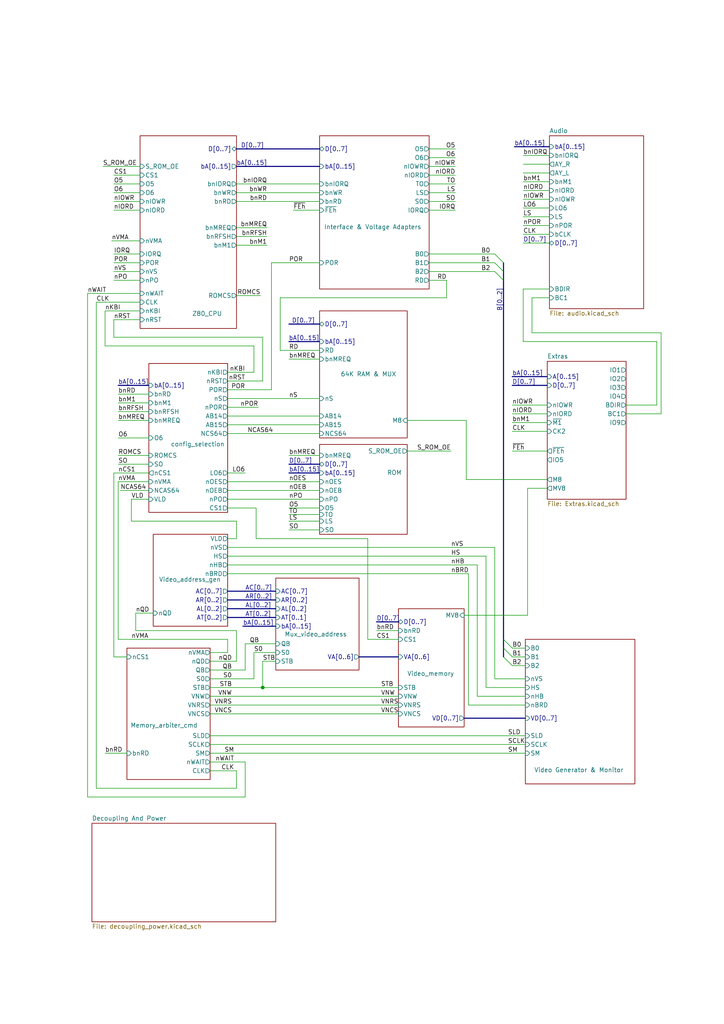
<source format=kicad_sch>
(kicad_sch (version 20230121) (generator eeschema)
  (paper "A4" portrait)
  (lib_symbols)
  (junction (at 76.2 199.39))
  (bus_entry (at 143.51 78.74) (size 2.54 2.54))
  (bus_entry (at 143.51 76.2) (size 2.54 2.54))
  (bus_entry (at 146.05 190.5) (size 2.54 2.54))
  (bus_entry (at 143.51 73.66) (size 2.54 2.54))
  (bus_entry (at 146.05 187.96) (size 2.54 2.54))
  (bus_entry (at 146.05 185.42) (size 2.54 2.54))
  (bus (pts (xy 66.04 176.53) (xy 80.01 176.53)))
  (wire (pts (xy 148.59 120.015) (xy 158.75 120.015)))
  (wire (pts (xy 33.02 60.96) (xy 40.64 60.96)))
  (wire (pts (xy 60.96 223.52) (xy 68.58 223.52)))
  (bus (pts (xy 146.05 187.96) (xy 146.05 190.5)))
  (wire (pts (xy 134.62 178.435) (xy 153.035 178.435)))
  (wire (pts (xy 151.765 83.82) (xy 159.385 83.82)))
  (wire (pts (xy 60.96 199.39) (xy 76.2 199.39)))
  (wire (pts (xy 60.96 189.23) (xy 66.04 189.23)))
  (wire (pts (xy 74.295 147.32) (xy 74.295 156.21)))
  (wire (pts (xy 40.64 87.63) (xy 27.94 87.63)))
  (wire (pts (xy 66.04 161.29) (xy 140.97 161.29)))
  (wire (pts (xy 66.04 142.24) (xy 92.71 142.24)))
  (wire (pts (xy 60.96 196.85) (xy 73.66 196.85)))
  (wire (pts (xy 29.845 48.26) (xy 40.64 48.26)))
  (wire (pts (xy 33.02 76.2) (xy 40.64 76.2)))
  (wire (pts (xy 106.68 185.42) (xy 115.57 185.42)))
  (wire (pts (xy 68.58 156.21) (xy 68.58 151.13)))
  (wire (pts (xy 124.46 55.88) (xy 132.08 55.88)))
  (wire (pts (xy 34.29 132.08) (xy 43.18 132.08)))
  (wire (pts (xy 191.77 120.015) (xy 191.77 96.52)))
  (wire (pts (xy 66.04 123.19) (xy 92.71 123.19)))
  (wire (pts (xy 148.59 125.095) (xy 158.75 125.095)))
  (wire (pts (xy 124.46 45.72) (xy 132.08 45.72)))
  (wire (pts (xy 135.89 204.47) (xy 135.89 166.37)))
  (wire (pts (xy 60.96 220.98) (xy 71.12 220.98)))
  (wire (pts (xy 124.46 73.66) (xy 143.51 73.66)))
  (wire (pts (xy 190.5 117.475) (xy 190.5 99.06)))
  (wire (pts (xy 60.96 218.44) (xy 152.4 218.44)))
  (wire (pts (xy 124.46 58.42) (xy 132.08 58.42)))
  (wire (pts (xy 43.18 114.3) (xy 34.29 114.3)))
  (wire (pts (xy 68.58 151.13) (xy 38.1 151.13)))
  (wire (pts (xy 83.82 153.67) (xy 92.71 153.67)))
  (wire (pts (xy 151.765 52.705) (xy 159.385 52.705)))
  (wire (pts (xy 34.29 119.38) (xy 43.18 119.38)))
  (wire (pts (xy 81.28 101.6) (xy 81.28 86.36)))
  (wire (pts (xy 148.59 117.475) (xy 158.75 117.475)))
  (bus (pts (xy 66.04 171.45) (xy 80.01 171.45)))
  (bus (pts (xy 68.58 43.18) (xy 92.71 43.18)))
  (wire (pts (xy 153.035 141.605) (xy 158.75 141.605)))
  (wire (pts (xy 68.58 71.12) (xy 77.47 71.12)))
  (wire (pts (xy 143.51 196.85) (xy 152.4 196.85)))
  (wire (pts (xy 124.46 43.18) (xy 132.08 43.18)))
  (wire (pts (xy 68.58 53.34) (xy 92.71 53.34)))
  (wire (pts (xy 66.04 118.11) (xy 74.93 118.11)))
  (bus (pts (xy 66.04 173.99) (xy 80.01 173.99)))
  (wire (pts (xy 66.04 158.75) (xy 143.51 158.75)))
  (wire (pts (xy 153.035 178.435) (xy 153.035 141.605)))
  (wire (pts (xy 25.4 85.09) (xy 25.4 231.14)))
  (wire (pts (xy 66.04 163.83) (xy 138.43 163.83)))
  (wire (pts (xy 92.71 104.14) (xy 83.82 104.14)))
  (wire (pts (xy 151.765 70.485) (xy 159.385 70.485)))
  (wire (pts (xy 68.58 55.88) (xy 92.71 55.88)))
  (wire (pts (xy 33.02 137.16) (xy 33.02 190.5)))
  (wire (pts (xy 40.64 90.17) (xy 30.48 90.17)))
  (bus (pts (xy 83.82 134.62) (xy 92.71 134.62)))
  (wire (pts (xy 76.2 191.77) (xy 76.2 199.39)))
  (wire (pts (xy 60.96 194.31) (xy 71.12 194.31)))
  (bus (pts (xy 146.05 185.42) (xy 146.05 187.96)))
  (wire (pts (xy 129.54 86.36) (xy 129.54 81.28)))
  (wire (pts (xy 34.29 121.92) (xy 43.18 121.92)))
  (bus (pts (xy 70.485 181.61) (xy 80.01 181.61)))
  (wire (pts (xy 66.04 125.73) (xy 92.71 125.73)))
  (wire (pts (xy 68.58 58.42) (xy 92.71 58.42)))
  (wire (pts (xy 143.51 158.75) (xy 143.51 196.85)))
  (wire (pts (xy 151.765 99.06) (xy 151.765 83.82)))
  (wire (pts (xy 83.82 151.13) (xy 92.71 151.13)))
  (wire (pts (xy 124.46 81.28) (xy 129.54 81.28)))
  (wire (pts (xy 66.04 144.78) (xy 92.71 144.78)))
  (wire (pts (xy 190.5 99.06) (xy 151.765 99.06)))
  (wire (pts (xy 85.09 60.96) (xy 92.71 60.96)))
  (wire (pts (xy 38.1 144.78) (xy 43.18 144.78)))
  (wire (pts (xy 191.77 96.52) (xy 154.305 96.52)))
  (wire (pts (xy 151.765 50.165) (xy 159.385 50.165)))
  (wire (pts (xy 60.96 215.9) (xy 152.4 215.9)))
  (wire (pts (xy 33.02 50.8) (xy 40.64 50.8)))
  (wire (pts (xy 68.58 223.52) (xy 68.58 228.6)))
  (wire (pts (xy 76.2 110.49) (xy 76.2 97.79)))
  (wire (pts (xy 66.04 189.23) (xy 66.04 185.42)))
  (wire (pts (xy 43.18 127) (xy 34.29 127)))
  (bus (pts (xy 146.05 78.74) (xy 146.05 81.28)))
  (wire (pts (xy 38.1 151.13) (xy 38.1 144.78)))
  (wire (pts (xy 148.59 130.81) (xy 158.75 130.81)))
  (bus (pts (xy 92.71 137.16) (xy 83.82 137.16)))
  (wire (pts (xy 140.97 199.39) (xy 140.97 161.29)))
  (wire (pts (xy 154.305 96.52) (xy 154.305 86.36)))
  (wire (pts (xy 34.29 139.7) (xy 43.18 139.7)))
  (bus (pts (xy 104.14 190.5) (xy 115.57 190.5)))
  (wire (pts (xy 30.48 100.33) (xy 73.66 100.33)))
  (wire (pts (xy 34.29 185.42) (xy 66.04 185.42)))
  (wire (pts (xy 151.765 55.245) (xy 159.385 55.245)))
  (wire (pts (xy 151.765 60.325) (xy 159.385 60.325)))
  (wire (pts (xy 27.94 87.63) (xy 27.94 228.6)))
  (bus (pts (xy 134.62 208.28) (xy 152.4 208.28)))
  (wire (pts (xy 152.4 193.04) (xy 148.59 193.04)))
  (wire (pts (xy 80.01 191.77) (xy 76.2 191.77)))
  (wire (pts (xy 33.02 73.66) (xy 40.64 73.66)))
  (wire (pts (xy 68.58 85.725) (xy 75.565 85.725)))
  (wire (pts (xy 33.02 92.71) (xy 40.64 92.71)))
  (wire (pts (xy 40.64 85.09) (xy 25.4 85.09)))
  (bus (pts (xy 146.05 76.2) (xy 146.05 78.74)))
  (wire (pts (xy 33.02 97.79) (xy 76.2 97.79)))
  (wire (pts (xy 151.765 62.865) (xy 159.385 62.865)))
  (wire (pts (xy 66.04 166.37) (xy 135.89 166.37)))
  (wire (pts (xy 66.04 120.65) (xy 92.71 120.65)))
  (wire (pts (xy 71.12 186.69) (xy 71.12 194.31)))
  (wire (pts (xy 151.765 47.625) (xy 159.385 47.625)))
  (wire (pts (xy 30.48 90.17) (xy 30.48 100.33)))
  (wire (pts (xy 151.765 45.085) (xy 159.385 45.085)))
  (wire (pts (xy 60.96 207.01) (xy 115.57 207.01)))
  (wire (pts (xy 39.37 182.88) (xy 39.37 177.8)))
  (wire (pts (xy 124.46 76.2) (xy 143.51 76.2)))
  (bus (pts (xy 109.22 180.34) (xy 115.57 180.34)))
  (wire (pts (xy 66.04 113.03) (xy 78.74 113.03)))
  (wire (pts (xy 60.96 204.47) (xy 115.57 204.47)))
  (wire (pts (xy 106.68 156.21) (xy 106.68 185.42)))
  (wire (pts (xy 118.11 121.92) (xy 135.255 121.92)))
  (wire (pts (xy 66.04 115.57) (xy 92.71 115.57)))
  (wire (pts (xy 34.29 116.84) (xy 43.18 116.84)))
  (bus (pts (xy 68.58 48.26) (xy 92.71 48.26)))
  (wire (pts (xy 138.43 163.83) (xy 138.43 201.93)))
  (wire (pts (xy 74.295 156.21) (xy 106.68 156.21)))
  (wire (pts (xy 40.64 55.88) (xy 33.02 55.88)))
  (wire (pts (xy 68.58 191.77) (xy 68.58 182.88)))
  (wire (pts (xy 60.96 201.93) (xy 115.57 201.93)))
  (wire (pts (xy 83.82 132.08) (xy 92.71 132.08)))
  (wire (pts (xy 33.02 97.79) (xy 33.02 92.71)))
  (wire (pts (xy 60.96 191.77) (xy 68.58 191.77)))
  (wire (pts (xy 66.04 107.95) (xy 73.66 107.95)))
  (wire (pts (xy 39.37 177.8) (xy 44.45 177.8)))
  (wire (pts (xy 71.12 231.14) (xy 71.12 220.98)))
  (wire (pts (xy 151.765 57.785) (xy 159.385 57.785)))
  (wire (pts (xy 33.02 53.34) (xy 40.64 53.34)))
  (wire (pts (xy 66.04 156.21) (xy 68.58 156.21)))
  (bus (pts (xy 148.59 109.22) (xy 158.75 109.22)))
  (wire (pts (xy 118.11 130.81) (xy 130.81 130.81)))
  (wire (pts (xy 66.04 147.32) (xy 74.295 147.32)))
  (wire (pts (xy 73.66 189.23) (xy 73.66 196.85)))
  (wire (pts (xy 32.385 69.85) (xy 40.64 69.85)))
  (wire (pts (xy 81.28 101.6) (xy 92.71 101.6)))
  (wire (pts (xy 66.04 137.16) (xy 71.12 137.16)))
  (wire (pts (xy 124.46 53.34) (xy 132.08 53.34)))
  (wire (pts (xy 40.64 78.74) (xy 33.02 78.74)))
  (wire (pts (xy 40.64 81.28) (xy 33.02 81.28)))
  (wire (pts (xy 135.255 121.92) (xy 135.255 139.065)))
  (wire (pts (xy 124.46 60.96) (xy 132.08 60.96)))
  (wire (pts (xy 60.96 213.36) (xy 152.4 213.36)))
  (bus (pts (xy 83.82 99.06) (xy 92.71 99.06)))
  (wire (pts (xy 68.58 182.88) (xy 39.37 182.88)))
  (wire (pts (xy 43.18 137.16) (xy 33.02 137.16)))
  (wire (pts (xy 81.28 86.36) (xy 129.54 86.36)))
  (wire (pts (xy 152.4 204.47) (xy 135.89 204.47)))
  (wire (pts (xy 151.765 65.405) (xy 159.385 65.405)))
  (wire (pts (xy 138.43 201.93) (xy 152.4 201.93)))
  (bus (pts (xy 43.18 111.76) (xy 34.29 111.76)))
  (wire (pts (xy 68.58 66.04) (xy 77.47 66.04)))
  (wire (pts (xy 78.74 76.2) (xy 92.71 76.2)))
  (wire (pts (xy 78.74 113.03) (xy 78.74 76.2)))
  (wire (pts (xy 152.4 199.39) (xy 140.97 199.39)))
  (bus (pts (xy 146.05 81.28) (xy 146.05 185.42)))
  (bus (pts (xy 148.59 111.76) (xy 158.75 111.76)))
  (wire (pts (xy 73.66 100.33) (xy 73.66 107.95)))
  (wire (pts (xy 124.46 48.26) (xy 132.08 48.26)))
  (bus (pts (xy 92.71 93.98) (xy 83.82 93.98)))
  (wire (pts (xy 132.08 50.8) (xy 124.46 50.8)))
  (wire (pts (xy 181.61 117.475) (xy 190.5 117.475)))
  (wire (pts (xy 83.82 149.225) (xy 92.71 149.225)))
  (wire (pts (xy 68.58 68.58) (xy 77.47 68.58)))
  (wire (pts (xy 151.765 67.945) (xy 159.385 67.945)))
  (wire (pts (xy 181.61 120.015) (xy 191.77 120.015)))
  (wire (pts (xy 152.4 190.5) (xy 148.59 190.5)))
  (wire (pts (xy 34.925 142.24) (xy 43.18 142.24)))
  (wire (pts (xy 30.48 218.44) (xy 36.83 218.44)))
  (wire (pts (xy 25.4 231.14) (xy 71.12 231.14)))
  (wire (pts (xy 66.04 139.7) (xy 92.71 139.7)))
  (wire (pts (xy 148.59 122.555) (xy 158.75 122.555)))
  (wire (pts (xy 33.02 58.42) (xy 40.64 58.42)))
  (wire (pts (xy 71.12 186.69) (xy 80.01 186.69)))
  (bus (pts (xy 66.04 179.07) (xy 80.01 179.07)))
  (wire (pts (xy 66.04 110.49) (xy 76.2 110.49)))
  (bus (pts (xy 149.225 42.545) (xy 159.385 42.545)))
  (wire (pts (xy 34.29 134.62) (xy 43.18 134.62)))
  (wire (pts (xy 34.29 185.42) (xy 34.29 139.7)))
  (wire (pts (xy 135.255 139.065) (xy 158.75 139.065)))
  (wire (pts (xy 76.2 199.39) (xy 115.57 199.39)))
  (wire (pts (xy 152.4 187.96) (xy 148.59 187.96)))
  (wire (pts (xy 33.02 190.5) (xy 36.83 190.5)))
  (wire (pts (xy 68.58 228.6) (xy 27.94 228.6)))
  (wire (pts (xy 154.305 86.36) (xy 159.385 86.36)))
  (wire (pts (xy 80.01 189.23) (xy 73.66 189.23)))
  (wire (pts (xy 115.57 182.88) (xy 109.22 182.88)))
  (wire (pts (xy 83.82 147.32) (xy 92.71 147.32)))
  (wire (pts (xy 124.46 78.74) (xy 143.51 78.74)))
  (label "nVMA" (at 32.385 69.85 0))
  (label "IORQ" (at 33.02 73.66 0))
  (label "nIORD" (at 151.765 55.245 0))
  (label "STB" (at 67.31 199.39 180))
  (label "bnM1" (at 148.59 122.555 0))
  (label "bnMREQ" (at 34.29 121.92 0))
  (label "ROMCS" (at 34.29 132.08 0))
  (label "nVS" (at 33.02 78.74 0))
  (label "bnMREQ" (at 77.47 66.04 180))
  (label "CS1" (at 33.02 50.8 0))
  (label "bA[0..15]" (at 149.225 42.545 0))
  (label "STB" (at 76.2 191.77 0))
  (label "nIORD" (at 132.08 50.8 180))
  (label "VNCS" (at 110.49 207.01 0))
  (label "AC[0..7]" (at 71.12 171.45 0))
  (label "O6" (at 132.08 45.72 180))
  (label "bnRD" (at 34.29 114.3 0))
  (label "bA[0..15]" (at 83.82 137.16 0))
  (label "SM" (at 147.32 218.44 0))
  (label "nKBI" (at 71.12 107.95 180))
  (label "nIOWR" (at 151.765 57.785 0))
  (label "O5" (at 132.08 43.18 180))
  (label "B1" (at 148.59 190.5 0))
  (label "HS" (at 130.81 161.29 0))
  (label "STB" (at 110.49 199.39 0))
  (label "nS" (at 83.82 115.57 0))
  (label "bA[0..15]" (at 148.59 109.22 0))
  (label "bnM1" (at 77.47 71.12 180))
  (label "S_ROM_OE" (at 29.845 48.26 0))
  (label "bnRD" (at 30.48 218.44 0))
  (label "POR" (at 71.12 113.03 180))
  (label "nIOWR" (at 33.02 58.42 0))
  (label "nPO" (at 33.02 81.28 0))
  (label "nQD" (at 39.37 177.8 0))
  (label "B0" (at 148.59 187.96 0))
  (label "SO" (at 83.82 153.67 0))
  (label "nPOR" (at 151.765 65.405 0))
  (label "O5" (at 33.02 53.34 0))
  (label "VNCS" (at 67.31 207.01 180))
  (label "bA[0..15]" (at 70.485 181.61 0))
  (label "bnIORQ" (at 151.765 45.085 0))
  (label "SLD" (at 147.32 213.36 0))
  (label "CLK" (at 148.59 125.095 0))
  (label "nOES" (at 83.82 139.7 0))
  (label "QB" (at 67.31 194.31 180))
  (label "O5" (at 83.82 147.32 0))
  (label "IORQ" (at 132.08 60.96 180))
  (label "~{FEh}" (at 148.59 130.81 0))
  (label "nIOWR" (at 132.08 48.26 180))
  (label "bnM1" (at 151.765 52.705 0))
  (label "bnRFSH" (at 34.29 119.38 0))
  (label "S_ROM_OE" (at 130.81 130.81 180))
  (label "SCLK" (at 147.32 215.9 0))
  (label "bA[0..15]" (at 34.29 111.76 0))
  (label "nRST" (at 71.12 110.49 180))
  (label "VLD" (at 38.1 144.78 0))
  (label "nIOWR" (at 148.59 117.475 0))
  (label "O6" (at 33.02 55.88 0))
  (label "VNRS" (at 110.49 204.47 0))
  (label "RD" (at 83.82 101.6 0))
  (label "VNW" (at 67.31 201.93 180))
  (label "nRST" (at 33.02 92.71 0))
  (label "CLK" (at 151.765 67.945 0))
  (label "nCS1" (at 34.29 137.16 0))
  (label "D[0..7]" (at 83.82 134.62 0))
  (label "nBRD" (at 130.81 166.37 0))
  (label "D[0..7]" (at 151.765 70.485 0))
  (label "bnMREQ" (at 83.82 104.14 0))
  (label "nIORD" (at 33.02 60.96 0))
  (label "AR[0..2]" (at 71.12 173.99 0))
  (label "SM" (at 67.945 218.44 180))
  (label "bnMREQ" (at 83.82 132.08 0))
  (label "S0" (at 73.66 189.23 0))
  (label "POR" (at 83.82 76.2 0))
  (label "B1" (at 142.24 76.2 180))
  (label "S0" (at 67.31 196.85 180))
  (label "LS" (at 83.82 151.13 0))
  (label "NCAS64" (at 71.755 125.73 0))
  (label "SO" (at 132.08 58.42 180))
  (label "bnRD" (at 77.47 58.42 180))
  (label "D[0..7]" (at 109.22 180.34 0))
  (label "O6" (at 34.29 127 0))
  (label "nPOR" (at 74.93 118.11 180))
  (label "QB" (at 72.39 186.69 0))
  (label "LO6" (at 151.765 60.325 0))
  (label "B[0..2]" (at 146.05 90.17 90))
  (label "bA[0..15]" (at 68.58 48.26 0))
  (label "ROMCS" (at 75.565 85.725 180))
  (label "LO6" (at 71.12 137.16 180))
  (label "nHB" (at 130.81 163.83 0))
  (label "RD" (at 129.54 81.28 180))
  (label "LS" (at 132.08 55.88 180))
  (label "AT[0..2]" (at 71.12 179.07 0))
  (label "bnWR" (at 77.47 55.88 180))
  (label "nKBI" (at 30.48 90.17 0))
  (label "nVS" (at 130.81 158.75 0))
  (label "CS1" (at 109.22 185.42 0))
  (label "B2" (at 148.59 193.04 0))
  (label "nVMA" (at 34.29 139.7 0))
  (label "bA[0..15]" (at 92.71 99.06 180))
  (label "TO" (at 83.82 149.225 0))
  (label "AL[0..2]" (at 71.12 176.53 0))
  (label "nVMA" (at 38.1 185.42 0))
  (label "NCAS64" (at 34.925 142.24 0))
  (label "LS" (at 151.765 62.865 0))
  (label "bnM1" (at 34.29 116.84 0))
  (label "POR" (at 33.02 76.2 0))
  (label "nWAIT" (at 25.4 85.09 0))
  (label "TO" (at 132.08 53.34 180))
  (label "bnRD" (at 109.22 182.88 0))
  (label "CLK" (at 27.94 87.63 0))
  (label "VNW" (at 110.49 201.93 0))
  (label "nOEB" (at 83.82 142.24 0))
  (label "bnIORQ" (at 77.47 53.34 180))
  (label "bnRFSH" (at 77.47 68.58 180))
  (label "SO" (at 34.29 134.62 0))
  (label "VNRS" (at 67.31 204.47 180))
  (label "D[0..7]" (at 91.44 93.98 180))
  (label "D[0..7]" (at 69.85 43.18 0))
  (label "nQD" (at 67.31 191.77 180))
  (label "B0" (at 142.24 73.66 180))
  (label "CLK" (at 67.945 223.52 180))
  (label "D[0..7]" (at 148.59 111.76 0))
  (label "nPO" (at 83.82 144.78 0))
  (label "B2" (at 142.24 78.74 180))
  (label "nWAIT" (at 67.945 220.98 180))
  (label "nIORD" (at 148.59 120.015 0))
  (label "~{FEh}" (at 85.09 60.96 0))
  (sheet (at 40.64 39.37) (size 27.94 55.88)
    (property "Sheetname" "Z80_CPU" (at 55.753 91.694 0) (effects (justify left bottom)))
    (property "Sheetfile" "Z80_CPU.kicad_sch" (effects hide))
    (pin "CLK" input (at 40.64 87.63 180))
    (pin "D[0..7]" bidirectional (at 68.58 43.18 0))
    (pin "bA[0..15]" output (at 68.58 48.26 0))
    (pin "nRST" input (at 40.64 92.71 180))
    (pin "bnIORQ" output (at 68.58 53.34 0))
    (pin "bnMREQ" output (at 68.58 66.04 0))
    (pin "bnWR" output (at 68.58 55.88 0))
    (pin "bnRD" output (at 68.58 58.42 0))
    (pin "nWAIT" input (at 40.64 85.09 180))
    (pin "bnRFSH" output (at 68.58 68.58 0))
    (pin "bnM1" output (at 68.58 71.12 0))
    (pin "O6" input (at 40.64 55.88 180))
    (pin "POR" input (at 40.64 76.2 180))
    (pin "nKBI" input (at 40.64 90.17 180))
    (pin "nIOWR" input (at 40.64 58.42 180))
    (pin "nVS" input (at 40.64 78.74 180))
    (pin "nIORD" input (at 40.64 60.96 180))
    (pin "nPO" input (at 40.64 81.28 180))
    (pin "O5" input (at 40.64 53.34 180))
    (pin "ROMCS" output (at 68.58 85.725 0))
    (pin "nVMA" input (at 40.64 69.85 180))
    (pin "IORQ" input (at 40.64 73.66 180))
    (pin "CS1" input (at 40.64 50.8 180))
    (pin "S_ROM_OE" input (at 40.64 48.26 180))
  )
  (sheet (at 92.71 39.37) (size 31.75 44.45)
    (property "Sheetname" "Interface & Voltage Adapters" (at 93.98 66.548 0) (effects (justify left bottom)))
    (property "Sheetfile" "Interface.kicad_sch" (effects hide))
    (pin "D[0..7]" bidirectional (at 92.71 43.18 180))
    (pin "bA[0..15]" input (at 92.71 48.26 180))
    (pin "RD" output (at 124.46 81.28 0))
    (pin "O6" output (at 124.46 45.72 0))
    (pin "POR" input (at 92.71 76.2 180))
    (pin "bnRD" input (at 92.71 58.42 180))
    (pin "nIORD" output (at 124.46 50.8 0))
    (pin "nIOWR" output (at 124.46 48.26 0))
    (pin "B0" output (at 124.46 73.66 0))
    (pin "B1" output (at 124.46 76.2 0))
    (pin "B2" output (at 124.46 78.74 0))
    (pin "O5" output (at 124.46 43.18 0))
    (pin "bnIORQ" input (at 92.71 53.34 180))
    (pin "bnWR" input (at 92.71 55.88 180))
    (pin "TO" output (at 124.46 53.34 0))
    (pin "LS" output (at 124.46 55.88 0))
    (pin "SO" output (at 124.46 58.42 0))
    (pin "~{FEh}" input (at 92.71 60.96 180))
    (pin "IORQ" output (at 124.46 60.96 0))
  )
  (sheet (at 43.18 105.41) (size 22.86 43.18)
    (property "Sheetname" "config_selection" (at 49.53 129.54 0) (effects (justify left bottom)))
    (property "Sheetfile" "config_selection.kicad_sch" (effects hide))
    (pin "nPO" output (at 66.04 144.78 0))
    (pin "bA[0..15]" input (at 43.18 111.76 180))
    (pin "bnM1" input (at 43.18 116.84 180))
    (pin "bnRFSH" input (at 43.18 119.38 180))
    (pin "bnMREQ" input (at 43.18 121.92 180))
    (pin "nOEB" output (at 66.04 142.24 0))
    (pin "nOES" output (at 66.04 139.7 0))
    (pin "nKBI" output (at 66.04 107.95 0))
    (pin "nRST" output (at 66.04 110.49 0))
    (pin "POR" output (at 66.04 113.03 0))
    (pin "nVMA" input (at 43.18 139.7 180))
    (pin "nS" output (at 66.04 115.57 0))
    (pin "O6" input (at 43.18 127 180))
    (pin "bnRD" input (at 43.18 114.3 180))
    (pin "VLD" input (at 43.18 144.78 180))
    (pin "nCS1" output (at 43.18 137.16 180))
    (pin "LO6" output (at 66.04 137.16 0))
    (pin "nPOR" output (at 66.04 118.11 0))
    (pin "NCS64" output (at 66.04 125.73 0))
    (pin "CS1" output (at 66.04 147.32 0))
    (pin "AB15" output (at 66.04 123.19 0))
    (pin "AB14" output (at 66.04 120.65 0))
    (pin "ROMCS" input (at 43.18 132.08 180))
    (pin "SO" input (at 43.18 134.62 180))
    (pin "NCAS64" input (at 43.18 142.24 180))
  )
  (sheet (at 92.71 128.905) (size 25.4 26.035)
    (property "Sheetname" "ROM" (at 112.268 137.795 0) (effects (justify left bottom)))
    (property "Sheetfile" "ROM.kicad_sch" (effects hide))
    (pin "nPO" input (at 92.71 144.78 180))
    (pin "D[0..7]" bidirectional (at 92.71 134.62 180))
    (pin "bA[0..15]" input (at 92.71 137.16 180))
    (pin "nOES" input (at 92.71 139.7 180))
    (pin "nOEB" input (at 92.71 142.24 180))
    (pin "O5" input (at 92.71 147.32 180))
    (pin "TO" input (at 92.71 149.225 180))
    (pin "LS" input (at 92.71 151.13 180))
    (pin "SO" input (at 92.71 153.67 180))
    (pin "bnMREQ" input (at 92.71 132.08 180))
    (pin "S_ROM_OE" output (at 118.11 130.81 0))
  )
  (sheet (at 92.71 90.17) (size 25.4 36.83)
    (property "Sheetname" "64K RAM & MUX" (at 98.806 109.22 0) (effects (justify left bottom)))
    (property "Sheetfile" "RAM_48.kicad_sch" (effects hide))
    (pin "bA[0..15]" input (at 92.71 99.06 180))
    (pin "RD" input (at 92.71 101.6 180))
    (pin "D[0..7]" bidirectional (at 92.71 93.98 180))
    (pin "nS" input (at 92.71 115.57 180))
    (pin "bnMREQ" input (at 92.71 104.14 180))
    (pin "NCS64" input (at 92.71 125.73 180))
    (pin "AB15" input (at 92.71 123.19 180))
    (pin "AB14" input (at 92.71 120.65 180))
    (pin "M8" input (at 118.11 121.92 0))
  )
  (sheet (at 36.83 187.96) (size 24.13 38.1)
    (property "Sheetname" "Memory_arbiter_cmd" (at 37.846 211.074 0) (effects (justify left bottom)))
    (property "Sheetfile" "Memory_arbiter_cmd.kicad_sch" (effects hide))
    (pin "CLK" output (at 60.96 223.52 0))
    (pin "nQD" output (at 60.96 191.77 0))
    (pin "VNCS" output (at 60.96 207.01 0))
    (pin "VNRS" output (at 60.96 204.47 0))
    (pin "SCLK" output (at 60.96 215.9 0))
    (pin "SLD" output (at 60.96 213.36 0))
    (pin "SM" output (at 60.96 218.44 0))
    (pin "QB" output (at 60.96 194.31 0))
    (pin "bnRD" input (at 36.83 218.44 180))
    (pin "nCS1" input (at 36.83 190.5 180))
    (pin "STB" output (at 60.96 199.39 0))
    (pin "nVMA" output (at 60.96 189.23 0))
    (pin "VNW" output (at 60.96 201.93 0))
    (pin "S0" output (at 60.96 196.85 0))
    (pin "nWAIT" output (at 60.96 220.98 0))
  )
  (sheet (at 44.45 154.94) (size 21.59 26.67)
    (property "Sheetname" "Video_address_gen" (at 46.101 168.783 0) (effects (justify left bottom)))
    (property "Sheetfile" "Video_address_gen.kicad_sch" (effects hide))
    (pin "AC[0..7]" output (at 66.04 171.45 0))
    (pin "AL[0..2]" output (at 66.04 176.53 0))
    (pin "AR[0..2]" output (at 66.04 173.99 0))
    (pin "AT[0..2]" output (at 66.04 179.07 0))
    (pin "nQD" input (at 44.45 177.8 180))
    (pin "nVS" output (at 66.04 158.75 0))
    (pin "nHB" output (at 66.04 163.83 0))
    (pin "HS" output (at 66.04 161.29 0))
    (pin "VLD" output (at 66.04 156.21 0))
    (pin "nBRD" output (at 66.04 166.37 0))
  )
  (sheet (at 80.01 167.64) (size 24.13 26.67)
    (property "Sheetname" "Mux_video_address" (at 82.55 184.658 0) (effects (justify left bottom)))
    (property "Sheetfile" "Mux_video_address.kicad_sch" (effects hide))
    (pin "VA[0..6]" output (at 104.14 190.5 0))
    (pin "bA[0..15]" input (at 80.01 181.61 180))
    (pin "AC[0..7]" input (at 80.01 171.45 180))
    (pin "AR[0..2]" input (at 80.01 173.99 180))
    (pin "AL[0..2]" input (at 80.01 176.53 180))
    (pin "AT[0..1]" input (at 80.01 179.07 180))
    (pin "QB" input (at 80.01 186.69 180))
    (pin "STB" input (at 80.01 191.77 180))
    (pin "S0" input (at 80.01 189.23 180))
  )
  (sheet (at 115.57 176.53) (size 19.05 34.29)
    (property "Sheetname" "Video_memory" (at 118.11 196.088 0) (effects (justify left bottom)))
    (property "Sheetfile" "Video_memory.kicad_sch" (effects hide))
    (pin "VA[0..6]" input (at 115.57 190.5 180))
    (pin "D[0..7]" bidirectional (at 115.57 180.34 180))
    (pin "VNW" input (at 115.57 201.93 180))
    (pin "VNRS" input (at 115.57 204.47 180))
    (pin "VNCS" input (at 115.57 207.01 180))
    (pin "VD[0..7]" output (at 134.62 208.28 0))
    (pin "bnRD" input (at 115.57 182.88 180))
    (pin "STB" input (at 115.57 199.39 180))
    (pin "CS1" input (at 115.57 185.42 180))
    (pin "MV8" input (at 134.62 178.435 0))
  )
  (sheet (at 152.4 185.42) (size 31.75 41.91)
    (property "Sheetname" "Video Generator & Monitor" (at 154.94 224.028 0) (effects (justify left bottom)))
    (property "Sheetfile" "video_generator.kicad_sch" (effects hide))
    (pin "nVS" input (at 152.4 196.85 180))
    (pin "VD[0..7]" input (at 152.4 208.28 180))
    (pin "SCLK" input (at 152.4 215.9 180))
    (pin "SLD" input (at 152.4 213.36 180))
    (pin "SM" input (at 152.4 218.44 180))
    (pin "nHB" input (at 152.4 201.93 180))
    (pin "B0" input (at 152.4 187.96 180))
    (pin "B1" input (at 152.4 190.5 180))
    (pin "B2" input (at 152.4 193.04 180))
    (pin "HS" input (at 152.4 199.39 180))
    (pin "nBRD" input (at 152.4 204.47 180))
  )
  (sheet (at 158.75 104.775) (size 22.86 40.005) (stroke (width 0.1524))
    (property "Sheetname" "Extras" (at 158.75 104.0634 0) (effects (justify left bottom)))
    (property "Sheetfile" "Extras.kicad_sch" (at 158.75 145.3646 0) (effects (justify left top)))
    (pin "IO1" output (at 181.61 107.315 0))
    (pin "IO4" output (at 181.61 114.935 0))
    (pin "BDIR" output (at 181.61 117.475 0))
    (pin "BC1" output (at 181.61 120.015 0))
    (pin "IO9" output (at 181.61 122.555 0))
    (pin "A[0..15]" input (at 158.75 109.22 180))
    (pin "nIOWR" input (at 158.75 117.475 180))
    (pin "nIORD" input (at 158.75 120.015 180))
    (pin "IO2" output (at 181.61 109.855 0))
    (pin "IO3" output (at 181.61 112.395 0))
    (pin "~{M1}" input (at 158.75 122.555 180))
    (pin "CK2" input (at 158.75 125.095 180))
    (pin "~{FEh}" output (at 158.75 130.81 180))
    (pin "IO5" output (at 158.75 133.35 180))
    (pin "D[0..7]" input (at 158.75 111.76 180))
    (pin "M8" output (at 158.75 139.065 180))
    (pin "MV8" output (at 158.75 141.605 180))
  )
  (sheet (at 159.385 39.37) (size 27.305 50.165) (stroke (width 0.1524))
    (property "Sheetname" "Audio" (at 159.385 38.6584 0) (effects (justify left bottom)))
    (property "Sheetfile" "audio.kicad_sch" (at 159.385 90.1196 0) (effects (justify left top)))
    (pin "bA[0..15]" input (at 159.385 42.545 180))
    (pin "bnIORQ" input (at 159.385 45.085 180))
    (pin "AY_R" output (at 159.385 47.625 180))
    (pin "AY_L" output (at 159.385 50.165 180))
    (pin "bnM1" input (at 159.385 52.705 180))
    (pin "nIORD" input (at 159.385 55.245 180))
    (pin "nIOWR" input (at 159.385 57.785 180))
    (pin "LO6" input (at 159.385 60.325 180))
    (pin "LS" input (at 159.385 62.865 180))
    (pin "nPOR" input (at 159.385 65.405 180))
    (pin "bCLK" input (at 159.385 67.945 180))
    (pin "D[0..7]" bidirectional (at 159.385 70.485 180))
    (pin "BDIR" input (at 159.385 83.82 180))
    (pin "BC1" input (at 159.385 86.36 180))
  )
  (sheet (at 26.67 238.76) (size 53.34 28.575) (stroke (width 0.1524))
    (property "Sheetname" "Decoupling And Power" (at 26.67 238.0484 0) (effects (justify left bottom)))
    (property "Sheetfile" "decoupling_power.kicad_sch" (at 26.67 267.9196 0) (effects (justify left top)))
  )
)
</source>
